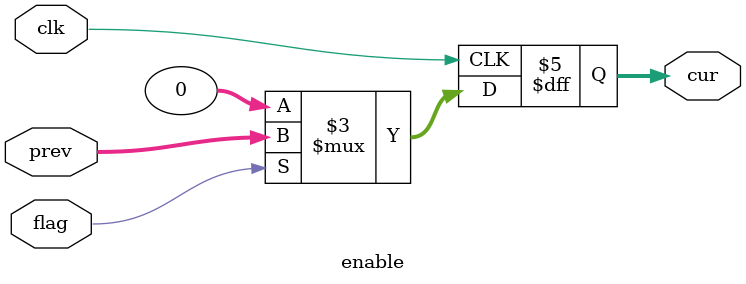
<source format=v>
module enable(prev,cur,flag,clk);
input [31:0] prev;
input flag;
input clk;
output [31:0] cur;

always@(posedge clk)
begin
if(flag)
    cur = prev;
else
    cur = 0;
end

endmodule

</source>
